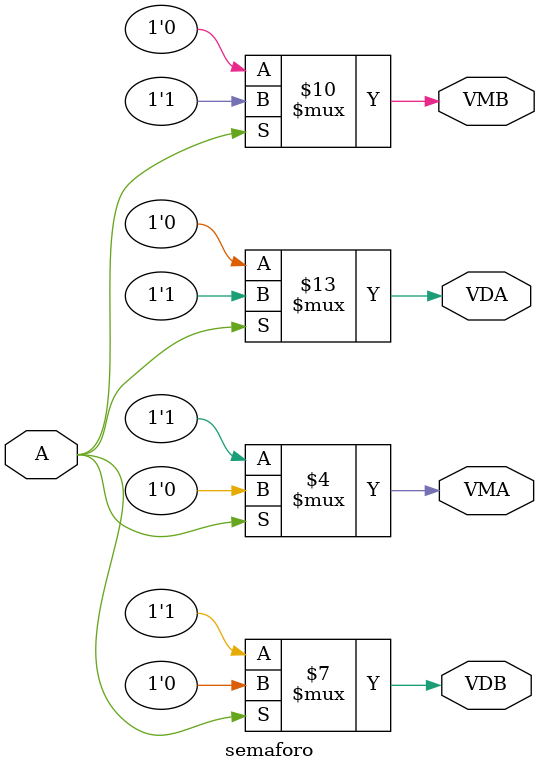
<source format=sv>
module semaforo(input logic A,
                 output logic VDA, VMA, VDB, VMB);

    always_comb begin
        if (A == 1) begin
            VDA = 1;
            VMB = 1;
            VDB = 0;
            VMA = 0;
        end
        else begin
            VDA = 0;
            VMB = 0;
            VDB = 1;
            VMA = 1;
            
        end
    end

endmodule

</source>
